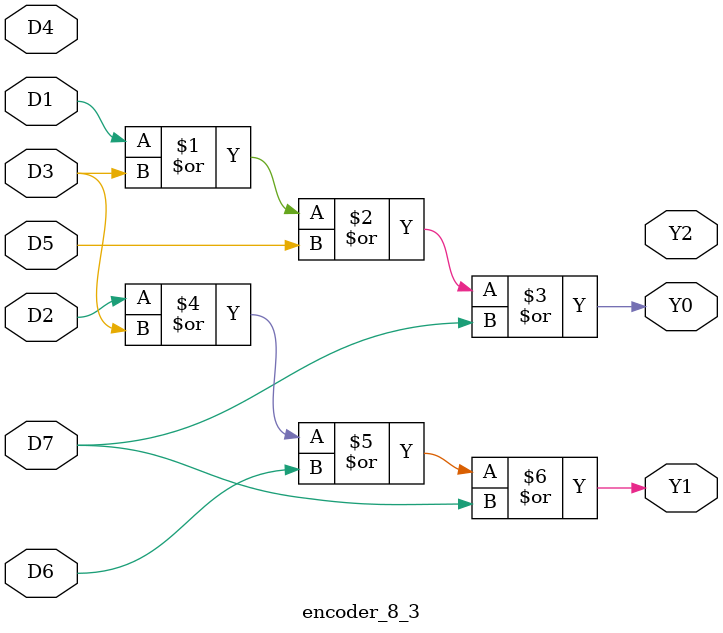
<source format=v>
module encoder_8_3(Y0, Y1, Y2, D1, D2, D3, D4, D5,D6, D7);
	
	output Y0, Y1, Y2;
	input D1, D2, D3, D4, D5,D6, D7;
	
	or o1(Y0, D1, D3, D5, D7);
	or o2(Y1, D2, D3, D6, D7);
	or o3(Y3, D4, D5, D6, D7);

endmodule

</source>
